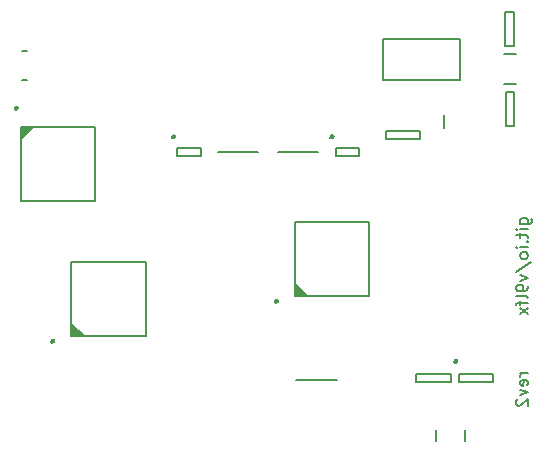
<source format=gbo>
G04 #@! TF.FileFunction,Legend,Bot*
%FSLAX46Y46*%
G04 Gerber Fmt 4.6, Leading zero omitted, Abs format (unit mm)*
G04 Created by KiCad (PCBNEW 4.0.3-stable) date 05/01/17 03:43:23*
%MOMM*%
%LPD*%
G01*
G04 APERTURE LIST*
%ADD10C,0.100000*%
%ADD11C,0.200000*%
%ADD12C,0.150000*%
%ADD13C,0.400000*%
G04 APERTURE END LIST*
D10*
D11*
X164222381Y-102632857D02*
X163555714Y-102632857D01*
X163746190Y-102632857D02*
X163650952Y-102680476D01*
X163603333Y-102728095D01*
X163555714Y-102823333D01*
X163555714Y-102918572D01*
X164174762Y-103632858D02*
X164222381Y-103537620D01*
X164222381Y-103347143D01*
X164174762Y-103251905D01*
X164079524Y-103204286D01*
X163698571Y-103204286D01*
X163603333Y-103251905D01*
X163555714Y-103347143D01*
X163555714Y-103537620D01*
X163603333Y-103632858D01*
X163698571Y-103680477D01*
X163793810Y-103680477D01*
X163889048Y-103204286D01*
X163555714Y-104013810D02*
X164222381Y-104251905D01*
X163555714Y-104490001D01*
X163317619Y-104823334D02*
X163270000Y-104870953D01*
X163222381Y-104966191D01*
X163222381Y-105204287D01*
X163270000Y-105299525D01*
X163317619Y-105347144D01*
X163412857Y-105394763D01*
X163508095Y-105394763D01*
X163650952Y-105347144D01*
X164222381Y-104775715D01*
X164222381Y-105394763D01*
X163555714Y-89978572D02*
X164365238Y-89978572D01*
X164460476Y-89930953D01*
X164508095Y-89883334D01*
X164555714Y-89788095D01*
X164555714Y-89645238D01*
X164508095Y-89550000D01*
X164174762Y-89978572D02*
X164222381Y-89883334D01*
X164222381Y-89692857D01*
X164174762Y-89597619D01*
X164127143Y-89550000D01*
X164031905Y-89502381D01*
X163746190Y-89502381D01*
X163650952Y-89550000D01*
X163603333Y-89597619D01*
X163555714Y-89692857D01*
X163555714Y-89883334D01*
X163603333Y-89978572D01*
X164222381Y-90454762D02*
X163555714Y-90454762D01*
X163222381Y-90454762D02*
X163270000Y-90407143D01*
X163317619Y-90454762D01*
X163270000Y-90502381D01*
X163222381Y-90454762D01*
X163317619Y-90454762D01*
X163555714Y-90788095D02*
X163555714Y-91169047D01*
X163222381Y-90930952D02*
X164079524Y-90930952D01*
X164174762Y-90978571D01*
X164222381Y-91073809D01*
X164222381Y-91169047D01*
X164127143Y-91502381D02*
X164174762Y-91550000D01*
X164222381Y-91502381D01*
X164174762Y-91454762D01*
X164127143Y-91502381D01*
X164222381Y-91502381D01*
X164222381Y-91978571D02*
X163555714Y-91978571D01*
X163222381Y-91978571D02*
X163270000Y-91930952D01*
X163317619Y-91978571D01*
X163270000Y-92026190D01*
X163222381Y-91978571D01*
X163317619Y-91978571D01*
X164222381Y-92597618D02*
X164174762Y-92502380D01*
X164127143Y-92454761D01*
X164031905Y-92407142D01*
X163746190Y-92407142D01*
X163650952Y-92454761D01*
X163603333Y-92502380D01*
X163555714Y-92597618D01*
X163555714Y-92740476D01*
X163603333Y-92835714D01*
X163650952Y-92883333D01*
X163746190Y-92930952D01*
X164031905Y-92930952D01*
X164127143Y-92883333D01*
X164174762Y-92835714D01*
X164222381Y-92740476D01*
X164222381Y-92597618D01*
X163174762Y-94073809D02*
X164460476Y-93216666D01*
X163555714Y-94311904D02*
X164222381Y-94549999D01*
X163555714Y-94788095D01*
X164222381Y-95216666D02*
X164222381Y-95407142D01*
X164174762Y-95502381D01*
X164127143Y-95550000D01*
X163984286Y-95645238D01*
X163793810Y-95692857D01*
X163412857Y-95692857D01*
X163317619Y-95645238D01*
X163270000Y-95597619D01*
X163222381Y-95502381D01*
X163222381Y-95311904D01*
X163270000Y-95216666D01*
X163317619Y-95169047D01*
X163412857Y-95121428D01*
X163650952Y-95121428D01*
X163746190Y-95169047D01*
X163793810Y-95216666D01*
X163841429Y-95311904D01*
X163841429Y-95502381D01*
X163793810Y-95597619D01*
X163746190Y-95645238D01*
X163650952Y-95692857D01*
X164222381Y-96264285D02*
X164174762Y-96169047D01*
X164079524Y-96121428D01*
X163222381Y-96121428D01*
X163555714Y-96502381D02*
X163555714Y-96883333D01*
X164222381Y-96645238D02*
X163365238Y-96645238D01*
X163270000Y-96692857D01*
X163222381Y-96788095D01*
X163222381Y-96883333D01*
X164222381Y-97121429D02*
X163555714Y-97645239D01*
X163555714Y-97121429D02*
X164222381Y-97645239D01*
D12*
X125800000Y-99520000D02*
X125550000Y-99270000D01*
X125550000Y-99070000D02*
X126000000Y-99520000D01*
X126200000Y-99520000D02*
X125550000Y-98870000D01*
X126400000Y-99520000D02*
X125550000Y-98670000D01*
X125550000Y-98470000D02*
X126600000Y-99520000D01*
D13*
X124000000Y-99920000D02*
G75*
G03X124000000Y-99920000I-50000J0D01*
G01*
D12*
X125550000Y-99520000D02*
X131850000Y-99520000D01*
X131850000Y-99520000D02*
X131850000Y-93220000D01*
X131850000Y-93220000D02*
X125550000Y-93220000D01*
X125550000Y-93220000D02*
X125550000Y-99520000D01*
X157130000Y-80750000D02*
X157130000Y-81850000D01*
X157690000Y-103370000D02*
X154790000Y-103370000D01*
X154790000Y-103370000D02*
X154790000Y-102670000D01*
X154790000Y-102670000D02*
X157690000Y-102670000D01*
X157690000Y-102670000D02*
X157690000Y-103370000D01*
X162320000Y-74920000D02*
X162320000Y-72020000D01*
X162320000Y-72020000D02*
X163020000Y-72020000D01*
X163020000Y-72020000D02*
X163020000Y-74920000D01*
X163020000Y-74920000D02*
X162320000Y-74920000D01*
X152180000Y-82100000D02*
X155080000Y-82100000D01*
X155080000Y-82100000D02*
X155080000Y-82800000D01*
X155080000Y-82800000D02*
X152180000Y-82800000D01*
X152180000Y-82800000D02*
X152180000Y-82100000D01*
X162180000Y-75620000D02*
X163180000Y-75620000D01*
X162180000Y-78120000D02*
X163180000Y-78120000D01*
D13*
X134230000Y-82600000D02*
G75*
G03X134230000Y-82600000I-50000J0D01*
G01*
D12*
X134530000Y-84250000D02*
X136530000Y-84250000D01*
X136530000Y-84250000D02*
X136530000Y-83550000D01*
X136530000Y-83550000D02*
X134530000Y-83550000D01*
X134530000Y-83550000D02*
X134530000Y-84250000D01*
D13*
X147650000Y-82600000D02*
G75*
G03X147650000Y-82600000I-50000J0D01*
G01*
D12*
X147950000Y-84250000D02*
X149950000Y-84250000D01*
X149950000Y-84250000D02*
X149950000Y-83550000D01*
X149950000Y-83550000D02*
X147950000Y-83550000D01*
X147950000Y-83550000D02*
X147950000Y-84250000D01*
X121280000Y-82030000D02*
X121530000Y-81780000D01*
X121730000Y-81780000D02*
X121280000Y-82230000D01*
X121280000Y-82430000D02*
X121930000Y-81780000D01*
X121280000Y-82630000D02*
X122130000Y-81780000D01*
X122330000Y-81780000D02*
X121280000Y-82830000D01*
D13*
X120930000Y-80180000D02*
G75*
G03X120930000Y-80180000I-50000J0D01*
G01*
D12*
X121280000Y-81780000D02*
X121280000Y-88080000D01*
X121280000Y-88080000D02*
X127580000Y-88080000D01*
X127580000Y-88080000D02*
X127580000Y-81780000D01*
X127580000Y-81780000D02*
X121280000Y-81780000D01*
X144750000Y-96130000D02*
X144500000Y-95880000D01*
X144500000Y-95680000D02*
X144950000Y-96130000D01*
X145150000Y-96130000D02*
X144500000Y-95480000D01*
X145350000Y-96130000D02*
X144500000Y-95280000D01*
X144500000Y-95080000D02*
X145550000Y-96130000D01*
D13*
X142950000Y-96530000D02*
G75*
G03X142950000Y-96530000I-50000J0D01*
G01*
D12*
X144500000Y-96130000D02*
X150800000Y-96130000D01*
X150800000Y-96130000D02*
X150800000Y-89830000D01*
X150800000Y-89830000D02*
X144500000Y-89830000D01*
X144500000Y-89830000D02*
X144500000Y-96130000D01*
X163030000Y-78820000D02*
X163030000Y-81720000D01*
X163030000Y-81720000D02*
X162330000Y-81720000D01*
X162330000Y-81720000D02*
X162330000Y-78820000D01*
X162330000Y-78820000D02*
X163030000Y-78820000D01*
X151980000Y-77800000D02*
X158480000Y-77800000D01*
X158480000Y-77800000D02*
X158480000Y-74300000D01*
X158480000Y-74300000D02*
X151980000Y-74300000D01*
X151980000Y-74300000D02*
X151980000Y-77800000D01*
X144630000Y-103180000D02*
X148030000Y-103180000D01*
X143080000Y-83900000D02*
X146480000Y-83900000D01*
X138000000Y-83900000D02*
X141400000Y-83900000D01*
X121830000Y-77820000D02*
X121430000Y-77820000D01*
X121830000Y-75320000D02*
X121430000Y-75320000D01*
D13*
X158140000Y-101620000D02*
G75*
G03X158140000Y-101620000I-50000J0D01*
G01*
D12*
X158390000Y-102670000D02*
X161290000Y-102670000D01*
X161290000Y-102670000D02*
X161290000Y-103370000D01*
X161290000Y-103370000D02*
X158390000Y-103370000D01*
X158390000Y-103370000D02*
X158390000Y-102670000D01*
X156440000Y-108395000D02*
X156440000Y-107395000D01*
X158940000Y-108395000D02*
X158940000Y-107395000D01*
M02*

</source>
